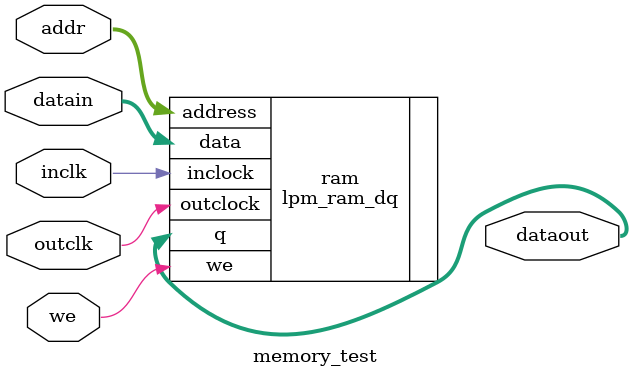
<source format=v>
module memory_test (dataout, datain, addr, we, inclk, outclk);

	// port instantiation

	input   [31:0] datain;
	input   [31:0] addr;
	input   we, inclk, outclk;

	output  [31:0] dataout;

	// instantiating lpm_ram_dq

	lpm_ram_dq ram (.data(datain), .address(addr), .we(we), .inclock(inclk), 
						 .outclock(outclk), .q(dataout));

	// passing the parameter values

	defparam ram.lpm_width = 32;
	defparam ram.lpm_widthad = 32;
	defparam ram.lpm_indata = "REGISTERED";
	defparam ram.lpm_outdata = "REGISTERED";
	defparam ram.lpm_file = "UnicicloInst.mif";

endmodule
</source>
